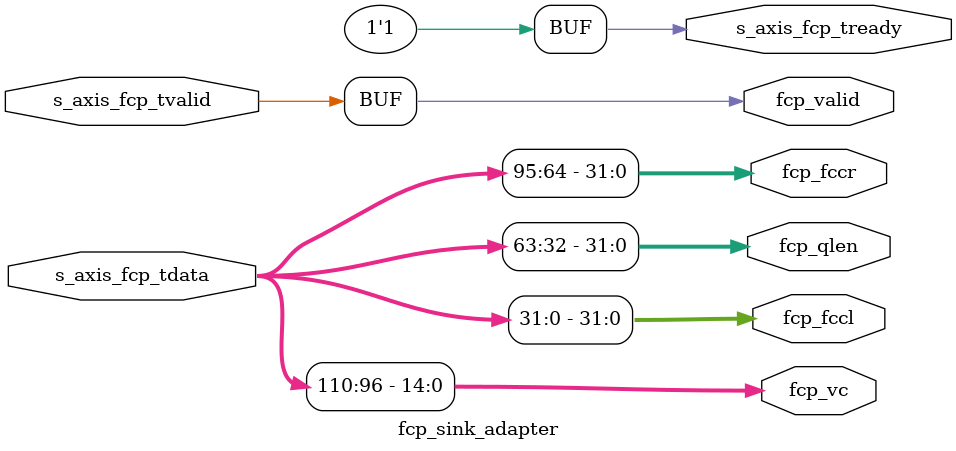
<source format=v>
`timescale 1ns / 1ps
module fcp_sink_adapter #
(
    parameter QUEUE_INDEX_WIDTH = 15,
    parameter STAT_WIDTH = 32,
    parameter AXIS_WIDTH = 128
)
(
    // AXIS Input
    input  wire [AXIS_WIDTH-1:0]         s_axis_fcp_tdata,
    input  wire                          s_axis_fcp_tvalid,
    output wire                          s_axis_fcp_tready,

    // Discrete FCP Outputs
    output wire                          fcp_valid,
    output wire [QUEUE_INDEX_WIDTH-1:0]  fcp_vc,
    output wire [STAT_WIDTH-1:0]         fcp_fccl,
    output wire [STAT_WIDTH-1:0]         fcp_qlen,
    output wire [STAT_WIDTH-1:0]         fcp_fccr
);

    assign s_axis_fcp_tready = 1'b1; // Always ready to receive updates

    assign fcp_valid = s_axis_fcp_tvalid;
    assign fcp_fccl  = s_axis_fcp_tdata[31:0];
    assign fcp_qlen  = s_axis_fcp_tdata[63:32];
    assign fcp_fccr  = s_axis_fcp_tdata[95:64];
    assign fcp_vc    = s_axis_fcp_tdata[96 +: QUEUE_INDEX_WIDTH];

endmodule
</source>
